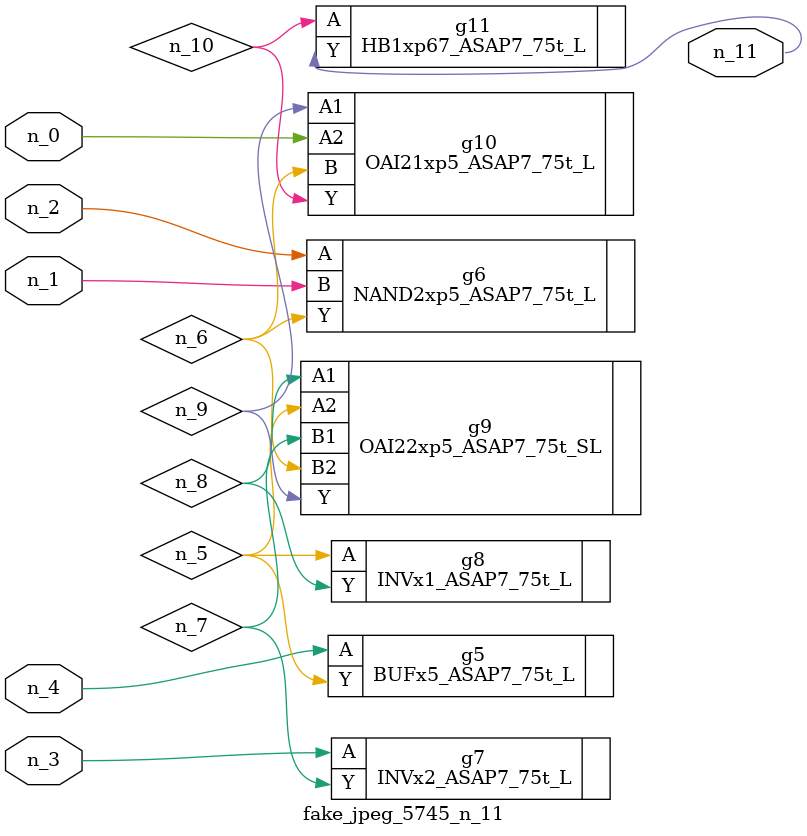
<source format=v>
module fake_jpeg_5745_n_11 (n_3, n_2, n_1, n_0, n_4, n_11);

input n_3;
input n_2;
input n_1;
input n_0;
input n_4;

output n_11;

wire n_10;
wire n_8;
wire n_9;
wire n_6;
wire n_5;
wire n_7;

BUFx5_ASAP7_75t_L g5 ( 
.A(n_4),
.Y(n_5)
);

NAND2xp5_ASAP7_75t_L g6 ( 
.A(n_2),
.B(n_1),
.Y(n_6)
);

INVx2_ASAP7_75t_L g7 ( 
.A(n_3),
.Y(n_7)
);

INVx1_ASAP7_75t_L g8 ( 
.A(n_5),
.Y(n_8)
);

OAI22xp5_ASAP7_75t_SL g9 ( 
.A1(n_8),
.A2(n_5),
.B1(n_7),
.B2(n_6),
.Y(n_9)
);

OAI21xp5_ASAP7_75t_L g10 ( 
.A1(n_9),
.A2(n_0),
.B(n_6),
.Y(n_10)
);

HB1xp67_ASAP7_75t_L g11 ( 
.A(n_10),
.Y(n_11)
);


endmodule
</source>
